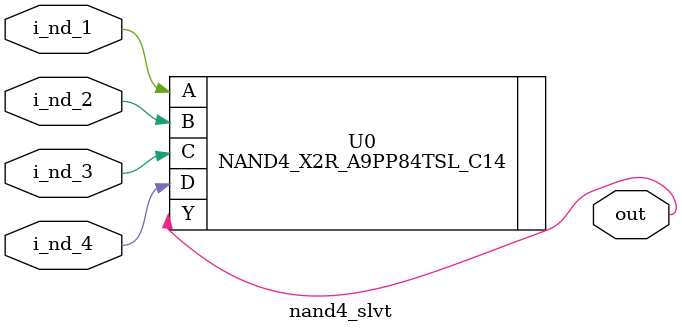
<source format=v>

`timescale 1ps / 100fs

module RO_nand4_slvt(
input wire i_Enable,
input wire i_Sel,
output wire o_RO_out
);

/////////////////// Define wires between nand gates ///////////////////
wire [126:0] w_nd_Conn;

nand4_slvt U0(
.i_nd_1(i_Enable),
.i_nd_2(i_Sel),
.i_nd_3(o_RO_out),
.i_nd_4(o_RO_out),
.out(w_nd_Conn[0])
);

nand4_slvt U1(
.i_nd_1(w_nd_Conn[0]),
.i_nd_2(w_nd_Conn[0]),
.i_nd_3(w_nd_Conn[0]),
.i_nd_4(w_nd_Conn[0]),
.out(w_nd_Conn[1])
);

nand4_slvt U2(
.i_nd_1(w_nd_Conn[1]),
.i_nd_2(w_nd_Conn[1]),
.i_nd_3(w_nd_Conn[1]),
.i_nd_4(w_nd_Conn[1]),
.out(w_nd_Conn[2])
);

nand4_slvt U3(
.i_nd_1(w_nd_Conn[2]),
.i_nd_2(w_nd_Conn[2]),
.i_nd_3(w_nd_Conn[2]),
.i_nd_4(w_nd_Conn[2]),
.out(w_nd_Conn[3])
);

nand4_slvt U4(
.i_nd_1(w_nd_Conn[3]),
.i_nd_2(w_nd_Conn[3]),
.i_nd_3(w_nd_Conn[3]),
.i_nd_4(w_nd_Conn[3]),
.out(w_nd_Conn[4])
);

nand4_slvt U5(
.i_nd_1(w_nd_Conn[4]),
.i_nd_2(w_nd_Conn[4]),
.i_nd_3(w_nd_Conn[4]),
.i_nd_4(w_nd_Conn[4]),
.out(w_nd_Conn[5])
);

nand4_slvt U6(
.i_nd_1(w_nd_Conn[5]),
.i_nd_2(w_nd_Conn[5]),
.i_nd_3(w_nd_Conn[5]),
.i_nd_4(w_nd_Conn[5]),
.out(w_nd_Conn[6])
);

nand4_slvt U7(
.i_nd_1(w_nd_Conn[6]),
.i_nd_2(w_nd_Conn[6]),
.i_nd_3(w_nd_Conn[6]),
.i_nd_4(w_nd_Conn[6]),
.out(w_nd_Conn[7])
);

nand4_slvt U8(
.i_nd_1(w_nd_Conn[7]),
.i_nd_2(w_nd_Conn[7]),
.i_nd_3(w_nd_Conn[7]),
.i_nd_4(w_nd_Conn[7]),
.out(w_nd_Conn[8])
);

nand4_slvt U9(
.i_nd_1(w_nd_Conn[8]),
.i_nd_2(w_nd_Conn[8]),
.i_nd_3(w_nd_Conn[8]),
.i_nd_4(w_nd_Conn[8]),
.out(w_nd_Conn[9])
);

nand4_slvt U10(
.i_nd_1(w_nd_Conn[9]),
.i_nd_2(w_nd_Conn[9]),
.i_nd_3(w_nd_Conn[9]),
.i_nd_4(w_nd_Conn[9]),
.out(w_nd_Conn[10])
);

nand4_slvt U11(
.i_nd_1(w_nd_Conn[10]),
.i_nd_2(w_nd_Conn[10]),
.i_nd_3(w_nd_Conn[10]),
.i_nd_4(w_nd_Conn[10]),
.out(w_nd_Conn[11])
);

nand4_slvt U12(
.i_nd_1(w_nd_Conn[11]),
.i_nd_2(w_nd_Conn[11]),
.i_nd_3(w_nd_Conn[11]),
.i_nd_4(w_nd_Conn[11]),
.out(w_nd_Conn[12])
);

nand4_slvt U13(
.i_nd_1(w_nd_Conn[12]),
.i_nd_2(w_nd_Conn[12]),
.i_nd_3(w_nd_Conn[12]),
.i_nd_4(w_nd_Conn[12]),
.out(w_nd_Conn[13])
);

nand4_slvt U14(
.i_nd_1(w_nd_Conn[13]),
.i_nd_2(w_nd_Conn[13]),
.i_nd_3(w_nd_Conn[13]),
.i_nd_4(w_nd_Conn[13]),
.out(w_nd_Conn[14])
);

nand4_slvt U15(
.i_nd_1(w_nd_Conn[14]),
.i_nd_2(w_nd_Conn[14]),
.i_nd_3(w_nd_Conn[14]),
.i_nd_4(w_nd_Conn[14]),
.out(w_nd_Conn[15])
);

nand4_slvt U16(
.i_nd_1(w_nd_Conn[15]),
.i_nd_2(w_nd_Conn[15]),
.i_nd_3(w_nd_Conn[15]),
.i_nd_4(w_nd_Conn[15]),
.out(w_nd_Conn[16])
);

nand4_slvt U17(
.i_nd_1(w_nd_Conn[16]),
.i_nd_2(w_nd_Conn[16]),
.i_nd_3(w_nd_Conn[16]),
.i_nd_4(w_nd_Conn[16]),
.out(w_nd_Conn[17])
);

nand4_slvt U18(
.i_nd_1(w_nd_Conn[17]),
.i_nd_2(w_nd_Conn[17]),
.i_nd_3(w_nd_Conn[17]),
.i_nd_4(w_nd_Conn[17]),
.out(w_nd_Conn[18])
);

nand4_slvt U19(
.i_nd_1(w_nd_Conn[18]),
.i_nd_2(w_nd_Conn[18]),
.i_nd_3(w_nd_Conn[18]),
.i_nd_4(w_nd_Conn[18]),
.out(w_nd_Conn[19])
);

nand4_slvt U20(
.i_nd_1(w_nd_Conn[19]),
.i_nd_2(w_nd_Conn[19]),
.i_nd_3(w_nd_Conn[19]),
.i_nd_4(w_nd_Conn[19]),
.out(w_nd_Conn[20])
);

nand4_slvt U21(
.i_nd_1(w_nd_Conn[20]),
.i_nd_2(w_nd_Conn[20]),
.i_nd_3(w_nd_Conn[20]),
.i_nd_4(w_nd_Conn[20]),
.out(w_nd_Conn[21])
);

nand4_slvt U22(
.i_nd_1(w_nd_Conn[21]),
.i_nd_2(w_nd_Conn[21]),
.i_nd_3(w_nd_Conn[21]),
.i_nd_4(w_nd_Conn[21]),
.out(w_nd_Conn[22])
);

nand4_slvt U23(
.i_nd_1(w_nd_Conn[22]),
.i_nd_2(w_nd_Conn[22]),
.i_nd_3(w_nd_Conn[22]),
.i_nd_4(w_nd_Conn[22]),
.out(w_nd_Conn[23])
);

nand4_slvt U24(
.i_nd_1(w_nd_Conn[23]),
.i_nd_2(w_nd_Conn[23]),
.i_nd_3(w_nd_Conn[23]),
.i_nd_4(w_nd_Conn[23]),
.out(w_nd_Conn[24])
);

nand4_slvt U25(
.i_nd_1(w_nd_Conn[24]),
.i_nd_2(w_nd_Conn[24]),
.i_nd_3(w_nd_Conn[24]),
.i_nd_4(w_nd_Conn[24]),
.out(w_nd_Conn[25])
);

nand4_slvt U26(
.i_nd_1(w_nd_Conn[25]),
.i_nd_2(w_nd_Conn[25]),
.i_nd_3(w_nd_Conn[25]),
.i_nd_4(w_nd_Conn[25]),
.out(w_nd_Conn[26])
);

nand4_slvt U27(
.i_nd_1(w_nd_Conn[26]),
.i_nd_2(w_nd_Conn[26]),
.i_nd_3(w_nd_Conn[26]),
.i_nd_4(w_nd_Conn[26]),
.out(w_nd_Conn[27])
);

nand4_slvt U28(
.i_nd_1(w_nd_Conn[27]),
.i_nd_2(w_nd_Conn[27]),
.i_nd_3(w_nd_Conn[27]),
.i_nd_4(w_nd_Conn[27]),
.out(w_nd_Conn[28])
);

nand4_slvt U29(
.i_nd_1(w_nd_Conn[28]),
.i_nd_2(w_nd_Conn[28]),
.i_nd_3(w_nd_Conn[28]),
.i_nd_4(w_nd_Conn[28]),
.out(w_nd_Conn[29])
);

nand4_slvt U30(
.i_nd_1(w_nd_Conn[29]),
.i_nd_2(w_nd_Conn[29]),
.i_nd_3(w_nd_Conn[29]),
.i_nd_4(w_nd_Conn[29]),
.out(w_nd_Conn[30])
);

nand4_slvt U31(
.i_nd_1(w_nd_Conn[30]),
.i_nd_2(w_nd_Conn[30]),
.i_nd_3(w_nd_Conn[30]),
.i_nd_4(w_nd_Conn[30]),
.out(w_nd_Conn[31])
);

nand4_slvt U32(
.i_nd_1(w_nd_Conn[31]),
.i_nd_2(w_nd_Conn[31]),
.i_nd_3(w_nd_Conn[31]),
.i_nd_4(w_nd_Conn[31]),
.out(w_nd_Conn[32])
);

nand4_slvt U33(
.i_nd_1(w_nd_Conn[32]),
.i_nd_2(w_nd_Conn[32]),
.i_nd_3(w_nd_Conn[32]),
.i_nd_4(w_nd_Conn[32]),
.out(w_nd_Conn[33])
);

nand4_slvt U34(
.i_nd_1(w_nd_Conn[33]),
.i_nd_2(w_nd_Conn[33]),
.i_nd_3(w_nd_Conn[33]),
.i_nd_4(w_nd_Conn[33]),
.out(w_nd_Conn[34])
);

nand4_slvt U35(
.i_nd_1(w_nd_Conn[34]),
.i_nd_2(w_nd_Conn[34]),
.i_nd_3(w_nd_Conn[34]),
.i_nd_4(w_nd_Conn[34]),
.out(w_nd_Conn[35])
);

nand4_slvt U36(
.i_nd_1(w_nd_Conn[35]),
.i_nd_2(w_nd_Conn[35]),
.i_nd_3(w_nd_Conn[35]),
.i_nd_4(w_nd_Conn[35]),
.out(w_nd_Conn[36])
);

nand4_slvt U37(
.i_nd_1(w_nd_Conn[36]),
.i_nd_2(w_nd_Conn[36]),
.i_nd_3(w_nd_Conn[36]),
.i_nd_4(w_nd_Conn[36]),
.out(w_nd_Conn[37])
);

nand4_slvt U38(
.i_nd_1(w_nd_Conn[37]),
.i_nd_2(w_nd_Conn[37]),
.i_nd_3(w_nd_Conn[37]),
.i_nd_4(w_nd_Conn[37]),
.out(w_nd_Conn[38])
);

nand4_slvt U39(
.i_nd_1(w_nd_Conn[38]),
.i_nd_2(w_nd_Conn[38]),
.i_nd_3(w_nd_Conn[38]),
.i_nd_4(w_nd_Conn[38]),
.out(w_nd_Conn[39])
);

nand4_slvt U40(
.i_nd_1(w_nd_Conn[39]),
.i_nd_2(w_nd_Conn[39]),
.i_nd_3(w_nd_Conn[39]),
.i_nd_4(w_nd_Conn[39]),
.out(w_nd_Conn[40])
);

nand4_slvt U41(
.i_nd_1(w_nd_Conn[40]),
.i_nd_2(w_nd_Conn[40]),
.i_nd_3(w_nd_Conn[40]),
.i_nd_4(w_nd_Conn[40]),
.out(w_nd_Conn[41])
);

nand4_slvt U42(
.i_nd_1(w_nd_Conn[41]),
.i_nd_2(w_nd_Conn[41]),
.i_nd_3(w_nd_Conn[41]),
.i_nd_4(w_nd_Conn[41]),
.out(w_nd_Conn[42])
);

nand4_slvt U43(
.i_nd_1(w_nd_Conn[42]),
.i_nd_2(w_nd_Conn[42]),
.i_nd_3(w_nd_Conn[42]),
.i_nd_4(w_nd_Conn[42]),
.out(w_nd_Conn[43])
);

nand4_slvt U44(
.i_nd_1(w_nd_Conn[43]),
.i_nd_2(w_nd_Conn[43]),
.i_nd_3(w_nd_Conn[43]),
.i_nd_4(w_nd_Conn[43]),
.out(w_nd_Conn[44])
);

nand4_slvt U45(
.i_nd_1(w_nd_Conn[44]),
.i_nd_2(w_nd_Conn[44]),
.i_nd_3(w_nd_Conn[44]),
.i_nd_4(w_nd_Conn[44]),
.out(w_nd_Conn[45])
);

nand4_slvt U46(
.i_nd_1(w_nd_Conn[45]),
.i_nd_2(w_nd_Conn[45]),
.i_nd_3(w_nd_Conn[45]),
.i_nd_4(w_nd_Conn[45]),
.out(w_nd_Conn[46])
);

nand4_slvt U47(
.i_nd_1(w_nd_Conn[46]),
.i_nd_2(w_nd_Conn[46]),
.i_nd_3(w_nd_Conn[46]),
.i_nd_4(w_nd_Conn[46]),
.out(w_nd_Conn[47])
);

nand4_slvt U48(
.i_nd_1(w_nd_Conn[47]),
.i_nd_2(w_nd_Conn[47]),
.i_nd_3(w_nd_Conn[47]),
.i_nd_4(w_nd_Conn[47]),
.out(w_nd_Conn[48])
);

nand4_slvt U49(
.i_nd_1(w_nd_Conn[48]),
.i_nd_2(w_nd_Conn[48]),
.i_nd_3(w_nd_Conn[48]),
.i_nd_4(w_nd_Conn[48]),
.out(w_nd_Conn[49])
);

nand4_slvt U50(
.i_nd_1(w_nd_Conn[49]),
.i_nd_2(w_nd_Conn[49]),
.i_nd_3(w_nd_Conn[49]),
.i_nd_4(w_nd_Conn[49]),
.out(w_nd_Conn[50])
);

nand4_slvt U51(
.i_nd_1(w_nd_Conn[50]),
.i_nd_2(w_nd_Conn[50]),
.i_nd_3(w_nd_Conn[50]),
.i_nd_4(w_nd_Conn[50]),
.out(w_nd_Conn[51])
);

nand4_slvt U52(
.i_nd_1(w_nd_Conn[51]),
.i_nd_2(w_nd_Conn[51]),
.i_nd_3(w_nd_Conn[51]),
.i_nd_4(w_nd_Conn[51]),
.out(w_nd_Conn[52])
);

nand4_slvt U53(
.i_nd_1(w_nd_Conn[52]),
.i_nd_2(w_nd_Conn[52]),
.i_nd_3(w_nd_Conn[52]),
.i_nd_4(w_nd_Conn[52]),
.out(w_nd_Conn[53])
);

nand4_slvt U54(
.i_nd_1(w_nd_Conn[53]),
.i_nd_2(w_nd_Conn[53]),
.i_nd_3(w_nd_Conn[53]),
.i_nd_4(w_nd_Conn[53]),
.out(w_nd_Conn[54])
);

nand4_slvt U55(
.i_nd_1(w_nd_Conn[54]),
.i_nd_2(w_nd_Conn[54]),
.i_nd_3(w_nd_Conn[54]),
.i_nd_4(w_nd_Conn[54]),
.out(w_nd_Conn[55])
);

nand4_slvt U56(
.i_nd_1(w_nd_Conn[55]),
.i_nd_2(w_nd_Conn[55]),
.i_nd_3(w_nd_Conn[55]),
.i_nd_4(w_nd_Conn[55]),
.out(w_nd_Conn[56])
);

nand4_slvt U57(
.i_nd_1(w_nd_Conn[56]),
.i_nd_2(w_nd_Conn[56]),
.i_nd_3(w_nd_Conn[56]),
.i_nd_4(w_nd_Conn[56]),
.out(w_nd_Conn[57])
);

nand4_slvt U58(
.i_nd_1(w_nd_Conn[57]),
.i_nd_2(w_nd_Conn[57]),
.i_nd_3(w_nd_Conn[57]),
.i_nd_4(w_nd_Conn[57]),
.out(w_nd_Conn[58])
);

nand4_slvt U59(
.i_nd_1(w_nd_Conn[58]),
.i_nd_2(w_nd_Conn[58]),
.i_nd_3(w_nd_Conn[58]),
.i_nd_4(w_nd_Conn[58]),
.out(w_nd_Conn[59])
);

nand4_slvt U60(
.i_nd_1(w_nd_Conn[59]),
.i_nd_2(w_nd_Conn[59]),
.i_nd_3(w_nd_Conn[59]),
.i_nd_4(w_nd_Conn[59]),
.out(w_nd_Conn[60])
);

nand4_slvt U61(
.i_nd_1(w_nd_Conn[60]),
.i_nd_2(w_nd_Conn[60]),
.i_nd_3(w_nd_Conn[60]),
.i_nd_4(w_nd_Conn[60]),
.out(w_nd_Conn[61])
);

nand4_slvt U62(
.i_nd_1(w_nd_Conn[61]),
.i_nd_2(w_nd_Conn[61]),
.i_nd_3(w_nd_Conn[61]),
.i_nd_4(w_nd_Conn[61]),
.out(w_nd_Conn[62])
);

nand4_slvt U63(
.i_nd_1(w_nd_Conn[62]),
.i_nd_2(w_nd_Conn[62]),
.i_nd_3(w_nd_Conn[62]),
.i_nd_4(w_nd_Conn[62]),
.out(w_nd_Conn[63])
);

nand4_slvt U64(
.i_nd_1(w_nd_Conn[63]),
.i_nd_2(w_nd_Conn[63]),
.i_nd_3(w_nd_Conn[63]),
.i_nd_4(w_nd_Conn[63]),
.out(w_nd_Conn[64])
);

nand4_slvt U65(
.i_nd_1(w_nd_Conn[64]),
.i_nd_2(w_nd_Conn[64]),
.i_nd_3(w_nd_Conn[64]),
.i_nd_4(w_nd_Conn[64]),
.out(w_nd_Conn[65])
);

nand4_slvt U66(
.i_nd_1(w_nd_Conn[65]),
.i_nd_2(w_nd_Conn[65]),
.i_nd_3(w_nd_Conn[65]),
.i_nd_4(w_nd_Conn[65]),
.out(w_nd_Conn[66])
);

nand4_slvt U67(
.i_nd_1(w_nd_Conn[66]),
.i_nd_2(w_nd_Conn[66]),
.i_nd_3(w_nd_Conn[66]),
.i_nd_4(w_nd_Conn[66]),
.out(w_nd_Conn[67])
);

nand4_slvt U68(
.i_nd_1(w_nd_Conn[67]),
.i_nd_2(w_nd_Conn[67]),
.i_nd_3(w_nd_Conn[67]),
.i_nd_4(w_nd_Conn[67]),
.out(w_nd_Conn[68])
);

nand4_slvt U69(
.i_nd_1(w_nd_Conn[68]),
.i_nd_2(w_nd_Conn[68]),
.i_nd_3(w_nd_Conn[68]),
.i_nd_4(w_nd_Conn[68]),
.out(w_nd_Conn[69])
);

nand4_slvt U70(
.i_nd_1(w_nd_Conn[69]),
.i_nd_2(w_nd_Conn[69]),
.i_nd_3(w_nd_Conn[69]),
.i_nd_4(w_nd_Conn[69]),
.out(w_nd_Conn[70])
);

nand4_slvt U71(
.i_nd_1(w_nd_Conn[70]),
.i_nd_2(w_nd_Conn[70]),
.i_nd_3(w_nd_Conn[70]),
.i_nd_4(w_nd_Conn[70]),
.out(w_nd_Conn[71])
);

nand4_slvt U72(
.i_nd_1(w_nd_Conn[71]),
.i_nd_2(w_nd_Conn[71]),
.i_nd_3(w_nd_Conn[71]),
.i_nd_4(w_nd_Conn[71]),
.out(w_nd_Conn[72])
);

nand4_slvt U73(
.i_nd_1(w_nd_Conn[72]),
.i_nd_2(w_nd_Conn[72]),
.i_nd_3(w_nd_Conn[72]),
.i_nd_4(w_nd_Conn[72]),
.out(w_nd_Conn[73])
);

nand4_slvt U74(
.i_nd_1(w_nd_Conn[73]),
.i_nd_2(w_nd_Conn[73]),
.i_nd_3(w_nd_Conn[73]),
.i_nd_4(w_nd_Conn[73]),
.out(w_nd_Conn[74])
);

nand4_slvt U75(
.i_nd_1(w_nd_Conn[74]),
.i_nd_2(w_nd_Conn[74]),
.i_nd_3(w_nd_Conn[74]),
.i_nd_4(w_nd_Conn[74]),
.out(w_nd_Conn[75])
);

nand4_slvt U76(
.i_nd_1(w_nd_Conn[75]),
.i_nd_2(w_nd_Conn[75]),
.i_nd_3(w_nd_Conn[75]),
.i_nd_4(w_nd_Conn[75]),
.out(w_nd_Conn[76])
);

nand4_slvt U77(
.i_nd_1(w_nd_Conn[76]),
.i_nd_2(w_nd_Conn[76]),
.i_nd_3(w_nd_Conn[76]),
.i_nd_4(w_nd_Conn[76]),
.out(w_nd_Conn[77])
);

nand4_slvt U78(
.i_nd_1(w_nd_Conn[77]),
.i_nd_2(w_nd_Conn[77]),
.i_nd_3(w_nd_Conn[77]),
.i_nd_4(w_nd_Conn[77]),
.out(w_nd_Conn[78])
);

nand4_slvt U79(
.i_nd_1(w_nd_Conn[78]),
.i_nd_2(w_nd_Conn[78]),
.i_nd_3(w_nd_Conn[78]),
.i_nd_4(w_nd_Conn[78]),
.out(w_nd_Conn[79])
);

nand4_slvt U80(
.i_nd_1(w_nd_Conn[79]),
.i_nd_2(w_nd_Conn[79]),
.i_nd_3(w_nd_Conn[79]),
.i_nd_4(w_nd_Conn[79]),
.out(w_nd_Conn[80])
);

nand4_slvt U81(
.i_nd_1(w_nd_Conn[80]),
.i_nd_2(w_nd_Conn[80]),
.i_nd_3(w_nd_Conn[80]),
.i_nd_4(w_nd_Conn[80]),
.out(w_nd_Conn[81])
);

nand4_slvt U82(
.i_nd_1(w_nd_Conn[81]),
.i_nd_2(w_nd_Conn[81]),
.i_nd_3(w_nd_Conn[81]),
.i_nd_4(w_nd_Conn[81]),
.out(w_nd_Conn[82])
);

nand4_slvt U83(
.i_nd_1(w_nd_Conn[82]),
.i_nd_2(w_nd_Conn[82]),
.i_nd_3(w_nd_Conn[82]),
.i_nd_4(w_nd_Conn[82]),
.out(w_nd_Conn[83])
);

nand4_slvt U84(
.i_nd_1(w_nd_Conn[83]),
.i_nd_2(w_nd_Conn[83]),
.i_nd_3(w_nd_Conn[83]),
.i_nd_4(w_nd_Conn[83]),
.out(w_nd_Conn[84])
);

nand4_slvt U85(
.i_nd_1(w_nd_Conn[84]),
.i_nd_2(w_nd_Conn[84]),
.i_nd_3(w_nd_Conn[84]),
.i_nd_4(w_nd_Conn[84]),
.out(w_nd_Conn[85])
);

nand4_slvt U86(
.i_nd_1(w_nd_Conn[85]),
.i_nd_2(w_nd_Conn[85]),
.i_nd_3(w_nd_Conn[85]),
.i_nd_4(w_nd_Conn[85]),
.out(w_nd_Conn[86])
);

nand4_slvt U87(
.i_nd_1(w_nd_Conn[86]),
.i_nd_2(w_nd_Conn[86]),
.i_nd_3(w_nd_Conn[86]),
.i_nd_4(w_nd_Conn[86]),
.out(w_nd_Conn[87])
);

nand4_slvt U88(
.i_nd_1(w_nd_Conn[87]),
.i_nd_2(w_nd_Conn[87]),
.i_nd_3(w_nd_Conn[87]),
.i_nd_4(w_nd_Conn[87]),
.out(w_nd_Conn[88])
);

nand4_slvt U89(
.i_nd_1(w_nd_Conn[88]),
.i_nd_2(w_nd_Conn[88]),
.i_nd_3(w_nd_Conn[88]),
.i_nd_4(w_nd_Conn[88]),
.out(w_nd_Conn[89])
);

nand4_slvt U90(
.i_nd_1(w_nd_Conn[89]),
.i_nd_2(w_nd_Conn[89]),
.i_nd_3(w_nd_Conn[89]),
.i_nd_4(w_nd_Conn[89]),
.out(w_nd_Conn[90])
);

nand4_slvt U91(
.i_nd_1(w_nd_Conn[90]),
.i_nd_2(w_nd_Conn[90]),
.i_nd_3(w_nd_Conn[90]),
.i_nd_4(w_nd_Conn[90]),
.out(w_nd_Conn[91])
);

nand4_slvt U92(
.i_nd_1(w_nd_Conn[91]),
.i_nd_2(w_nd_Conn[91]),
.i_nd_3(w_nd_Conn[91]),
.i_nd_4(w_nd_Conn[91]),
.out(w_nd_Conn[92])
);

nand4_slvt U93(
.i_nd_1(w_nd_Conn[92]),
.i_nd_2(w_nd_Conn[92]),
.i_nd_3(w_nd_Conn[92]),
.i_nd_4(w_nd_Conn[92]),
.out(w_nd_Conn[93])
);

nand4_slvt U94(
.i_nd_1(w_nd_Conn[93]),
.i_nd_2(w_nd_Conn[93]),
.i_nd_3(w_nd_Conn[93]),
.i_nd_4(w_nd_Conn[93]),
.out(w_nd_Conn[94])
);

nand4_slvt U95(
.i_nd_1(w_nd_Conn[94]),
.i_nd_2(w_nd_Conn[94]),
.i_nd_3(w_nd_Conn[94]),
.i_nd_4(w_nd_Conn[94]),
.out(w_nd_Conn[95])
);

nand4_slvt U96(
.i_nd_1(w_nd_Conn[95]),
.i_nd_2(w_nd_Conn[95]),
.i_nd_3(w_nd_Conn[95]),
.i_nd_4(w_nd_Conn[95]),
.out(w_nd_Conn[96])
);

nand4_slvt U97(
.i_nd_1(w_nd_Conn[96]),
.i_nd_2(w_nd_Conn[96]),
.i_nd_3(w_nd_Conn[96]),
.i_nd_4(w_nd_Conn[96]),
.out(w_nd_Conn[97])
);

nand4_slvt U98(
.i_nd_1(w_nd_Conn[97]),
.i_nd_2(w_nd_Conn[97]),
.i_nd_3(w_nd_Conn[97]),
.i_nd_4(w_nd_Conn[97]),
.out(w_nd_Conn[98])
);

nand4_slvt U99(
.i_nd_1(w_nd_Conn[98]),
.i_nd_2(w_nd_Conn[98]),
.i_nd_3(w_nd_Conn[98]),
.i_nd_4(w_nd_Conn[98]),
.out(w_nd_Conn[99])
);

nand4_slvt U100(
.i_nd_1(w_nd_Conn[99]),
.i_nd_2(w_nd_Conn[99]),
.i_nd_3(w_nd_Conn[99]),
.i_nd_4(w_nd_Conn[99]),
.out(w_nd_Conn[100])
);

nand4_slvt U101(
.i_nd_1(w_nd_Conn[100]),
.i_nd_2(w_nd_Conn[100]),
.i_nd_3(w_nd_Conn[100]),
.i_nd_4(w_nd_Conn[100]),
.out(w_nd_Conn[101])
);

nand4_slvt U102(
.i_nd_1(w_nd_Conn[101]),
.i_nd_2(w_nd_Conn[101]),
.i_nd_3(w_nd_Conn[101]),
.i_nd_4(w_nd_Conn[101]),
.out(w_nd_Conn[102])
);

nand4_slvt U103(
.i_nd_1(w_nd_Conn[102]),
.i_nd_2(w_nd_Conn[102]),
.i_nd_3(w_nd_Conn[102]),
.i_nd_4(w_nd_Conn[102]),
.out(w_nd_Conn[103])
);

nand4_slvt U104(
.i_nd_1(w_nd_Conn[103]),
.i_nd_2(w_nd_Conn[103]),
.i_nd_3(w_nd_Conn[103]),
.i_nd_4(w_nd_Conn[103]),
.out(w_nd_Conn[104])
);

nand4_slvt U105(
.i_nd_1(w_nd_Conn[104]),
.i_nd_2(w_nd_Conn[104]),
.i_nd_3(w_nd_Conn[104]),
.i_nd_4(w_nd_Conn[104]),
.out(w_nd_Conn[105])
);

nand4_slvt U106(
.i_nd_1(w_nd_Conn[105]),
.i_nd_2(w_nd_Conn[105]),
.i_nd_3(w_nd_Conn[105]),
.i_nd_4(w_nd_Conn[105]),
.out(w_nd_Conn[106])
);

nand4_slvt U107(
.i_nd_1(w_nd_Conn[106]),
.i_nd_2(w_nd_Conn[106]),
.i_nd_3(w_nd_Conn[106]),
.i_nd_4(w_nd_Conn[106]),
.out(w_nd_Conn[107])
);

nand4_slvt U108(
.i_nd_1(w_nd_Conn[107]),
.i_nd_2(w_nd_Conn[107]),
.i_nd_3(w_nd_Conn[107]),
.i_nd_4(w_nd_Conn[107]),
.out(w_nd_Conn[108])
);

nand4_slvt U109(
.i_nd_1(w_nd_Conn[108]),
.i_nd_2(w_nd_Conn[108]),
.i_nd_3(w_nd_Conn[108]),
.i_nd_4(w_nd_Conn[108]),
.out(w_nd_Conn[109])
);

nand4_slvt U110(
.i_nd_1(w_nd_Conn[109]),
.i_nd_2(w_nd_Conn[109]),
.i_nd_3(w_nd_Conn[109]),
.i_nd_4(w_nd_Conn[109]),
.out(w_nd_Conn[110])
);

nand4_slvt U111(
.i_nd_1(w_nd_Conn[110]),
.i_nd_2(w_nd_Conn[110]),
.i_nd_3(w_nd_Conn[110]),
.i_nd_4(w_nd_Conn[110]),
.out(w_nd_Conn[111])
);

nand4_slvt U112(
.i_nd_1(w_nd_Conn[111]),
.i_nd_2(w_nd_Conn[111]),
.i_nd_3(w_nd_Conn[111]),
.i_nd_4(w_nd_Conn[111]),
.out(w_nd_Conn[112])
);

nand4_slvt U113(
.i_nd_1(w_nd_Conn[112]),
.i_nd_2(w_nd_Conn[112]),
.i_nd_3(w_nd_Conn[112]),
.i_nd_4(w_nd_Conn[112]),
.out(w_nd_Conn[113])
);

nand4_slvt U114(
.i_nd_1(w_nd_Conn[113]),
.i_nd_2(w_nd_Conn[113]),
.i_nd_3(w_nd_Conn[113]),
.i_nd_4(w_nd_Conn[113]),
.out(w_nd_Conn[114])
);

nand4_slvt U115(
.i_nd_1(w_nd_Conn[114]),
.i_nd_2(w_nd_Conn[114]),
.i_nd_3(w_nd_Conn[114]),
.i_nd_4(w_nd_Conn[114]),
.out(w_nd_Conn[115])
);

nand4_slvt U116(
.i_nd_1(w_nd_Conn[115]),
.i_nd_2(w_nd_Conn[115]),
.i_nd_3(w_nd_Conn[115]),
.i_nd_4(w_nd_Conn[115]),
.out(w_nd_Conn[116])
);

nand4_slvt U117(
.i_nd_1(w_nd_Conn[116]),
.i_nd_2(w_nd_Conn[116]),
.i_nd_3(w_nd_Conn[116]),
.i_nd_4(w_nd_Conn[116]),
.out(w_nd_Conn[117])
);

nand4_slvt U118(
.i_nd_1(w_nd_Conn[117]),
.i_nd_2(w_nd_Conn[117]),
.i_nd_3(w_nd_Conn[117]),
.i_nd_4(w_nd_Conn[117]),
.out(w_nd_Conn[118])
);

nand4_slvt U119(
.i_nd_1(w_nd_Conn[118]),
.i_nd_2(w_nd_Conn[118]),
.i_nd_3(w_nd_Conn[118]),
.i_nd_4(w_nd_Conn[118]),
.out(w_nd_Conn[119])
);

nand4_slvt U120(
.i_nd_1(w_nd_Conn[119]),
.i_nd_2(w_nd_Conn[119]),
.i_nd_3(w_nd_Conn[119]),
.i_nd_4(w_nd_Conn[119]),
.out(w_nd_Conn[120])
);

nand4_slvt U121(
.i_nd_1(w_nd_Conn[120]),
.i_nd_2(w_nd_Conn[120]),
.i_nd_3(w_nd_Conn[120]),
.i_nd_4(w_nd_Conn[120]),
.out(w_nd_Conn[121])
);

nand4_slvt U122(
.i_nd_1(w_nd_Conn[121]),
.i_nd_2(w_nd_Conn[121]),
.i_nd_3(w_nd_Conn[121]),
.i_nd_4(w_nd_Conn[121]),
.out(w_nd_Conn[122])
);

nand4_slvt U123(
.i_nd_1(w_nd_Conn[122]),
.i_nd_2(w_nd_Conn[122]),
.i_nd_3(w_nd_Conn[122]),
.i_nd_4(w_nd_Conn[122]),
.out(w_nd_Conn[123])
);

nand4_slvt U124(
.i_nd_1(w_nd_Conn[123]),
.i_nd_2(w_nd_Conn[123]),
.i_nd_3(w_nd_Conn[123]),
.i_nd_4(w_nd_Conn[123]),
.out(w_nd_Conn[124])
);

nand4_slvt U125(
.i_nd_1(w_nd_Conn[124]),
.i_nd_2(w_nd_Conn[124]),
.i_nd_3(w_nd_Conn[124]),
.i_nd_4(w_nd_Conn[124]),
.out(w_nd_Conn[125])
);

nand4_slvt U126(
.i_nd_1(w_nd_Conn[125]),
.i_nd_2(w_nd_Conn[125]),
.i_nd_3(w_nd_Conn[125]),
.i_nd_4(w_nd_Conn[125]),
.out(o_RO_out)
);

endmodule

module nand4_slvt(
input wire i_nd_1,
input wire i_nd_2,
input wire i_nd_3,
input wire i_nd_4,
output wire out);

NAND4_X2R_A9PP84TSL_C14 U0(
.A(i_nd_1),
.B(i_nd_2),
.C(i_nd_3),
.D(i_nd_4),
.Y(out)
);

endmodule 


</source>
